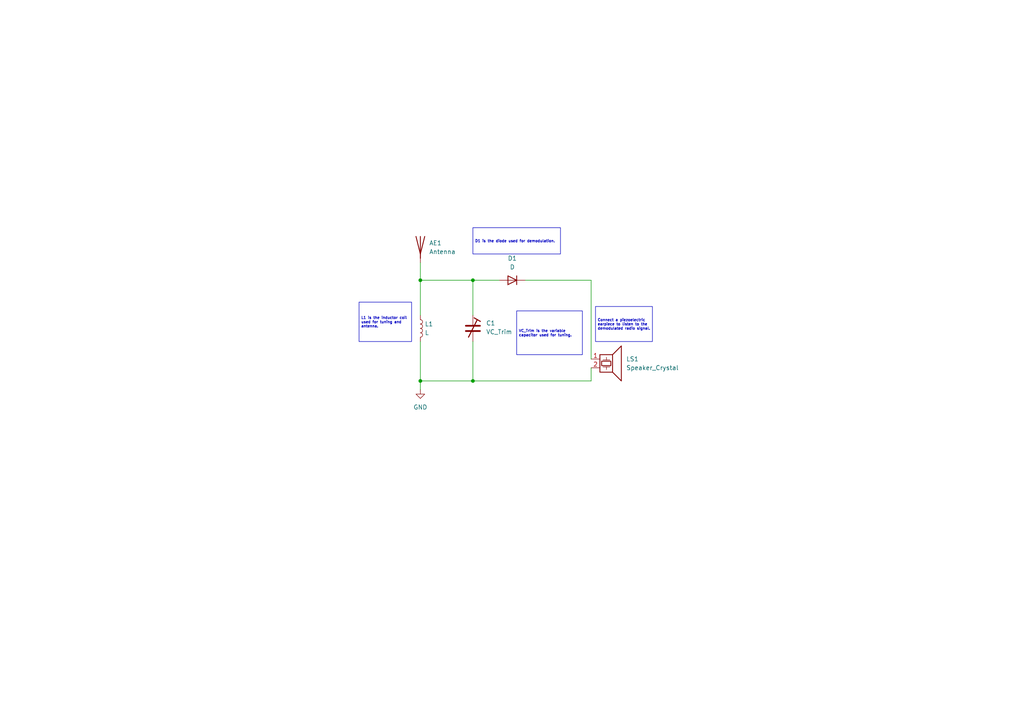
<source format=kicad_sch>
(kicad_sch (version 20231120) (generator "eeschema") (generator_version "8.0")
  (paper "A4")
  (lib_symbols
    (symbol "Device:Antenna" (pin_numbers hide) (pin_names (offset 1.016) hide)
      (property "Reference" "AE" (at -1.905 1.905 0))
      (property "Value" "Antenna" (at -1.905 0 0))
      (symbol "Antenna_0_1"
        (polyline (pts (xy 0 2.54) (xy 0 -3.81)) (stroke (width 0.254)))
        (polyline (pts (xy 1.27 2.54) (xy 0 -2.54) (xy -1.27 2.54)) (stroke (width 0.254)))
      )
      (symbol "Antenna_1_1"
        (pin input line (at 0 -5.08 90) (length 2.54) (name "A") (number "1"))
      )
    )
    (symbol "Device:C_Trim" (pin_numbers hide) (pin_names (offset 0.254) hide)
      (property "Reference" "C" (at 1.524 -2.032 0))
      (property "Value" "C_Trim" (at 3.048 -3.556 0))
      (symbol "C_Trim_0_1"
        (polyline (pts (xy -2.032 -0.762) (xy 2.032 -0.762)) (stroke (width 0.508)))
        (polyline (pts (xy -2.032 0.762) (xy 2.032 0.762)) (stroke (width 0.508)))
        (polyline (pts (xy 1.27 2.54) (xy -1.27 -2.54)) (stroke (width 0.3048)))
        (polyline (pts (xy 1.27 2.54) (xy 0.381 3.048)) (stroke (width 0.3048)))
        (polyline (pts (xy 1.27 2.54) (xy 2.159 2.032)) (stroke (width 0.3048)))
      )
      (symbol "C_Trim_1_1"
        (pin passive line (at 0 3.81 270) (length 3.048) (name "~") (number "1"))
        (pin passive line (at 0 -3.81 90) (length 3.048) (name "~") (number "2"))
      )
    )
    (symbol "Device:D" (pin_numbers hide) (pin_names (offset 1.016) hide)
      (property "Reference" "D" (at 0 2.54 0))
      (property "Value" "D" (at 0 -2.54 0))
      (symbol "D_0_1"
        (polyline (pts (xy -1.27 1.27) (xy -1.27 -1.27)) (stroke (width 0.254)))
        (polyline (pts (xy 1.27 0) (xy -1.27 0)))
        (polyline (pts (xy 1.27 1.27) (xy 1.27 -1.27) (xy -1.27 0) (xy 1.27 1.27)) (stroke (width 0.254)))
      )
      (symbol "D_1_1"
        (pin passive line (at -3.81 0 0) (length 2.54) (name "K") (number "1"))
        (pin passive line (at 3.81 0 180) (length 2.54) (name "A") (number "2"))
      )
    )
    (symbol "Device:L" (pin_numbers hide) (pin_names (offset 1.016) hide)
      (property "Reference" "L" (at -1.27 0 90))
      (property "Value" "L" (at 1.905 0 90))
      (symbol "L_0_1"
        (arc (start 0 -2.54) (mid 0.6323 -1.905) (end 0 -1.27))
        (arc (start 0 -1.27) (mid 0.6323 -0.635) (end 0 0))
        (arc (start 0 0) (mid 0.6323 0.635) (end 0 1.27))
        (arc (start 0 1.27) (mid 0.6323 1.905) (end 0 2.54))
      )
      (symbol "L_1_1"
        (pin passive line (at 0 3.81 270) (length 1.27) (name "1") (number "1"))
        (pin passive line (at 0 -3.81 90) (length 1.27) (name "2") (number "2"))
      )
    )
    (symbol "Device:Speaker_Crystal" (pin_names (offset 0) hide)
      (property "Reference" "LS" (at 0.635 5.715 0))
      (property "Value" "Speaker_Crystal" (at 0.635 3.81 0))
      (symbol "Speaker_Crystal_0_0"
        (rectangle (start -2.54 1.27) (end 1.143 -3.81) (stroke (width 0.254)))
        (rectangle (start -2.032 -0.635) (end 0.635 -1.905) (stroke (width 0.254)))
        (polyline (pts (xy -1.651 -2.286) (xy 0.381 -2.286)))
        (polyline (pts (xy -1.651 -0.254) (xy 0.381 -0.254)))
        (polyline (pts (xy -0.635 -2.286) (xy -0.635 -3.048)))
        (polyline (pts (xy -0.635 -0.254) (xy -0.635 0.508)))
        (polyline (pts (xy 1.143 1.27) (xy 3.683 3.81) (xy 3.683 -6.35) (xy 1.143 -3.81)) (stroke (width 0.254)))
      )
      (symbol "Speaker_Crystal_1_1"
        (pin input line (at -5.08 0 0) (length 2.54) (name "1") (number "1"))
        (pin input line (at -5.08 -2.54 0) (length 2.54) (name "2") (number "2"))
      )
    )
    (symbol "power:GND" (power) (pin_numbers hide) (pin_names (offset 0) hide)
      (property "Value" "GND" (at 0 -3.81 0))
      (symbol "GND_0_1"
        (polyline (pts (xy 0 0) (xy 0 -1.27) (xy 1.27 -1.27) (xy 0 -2.54) (xy -1.27 -1.27) (xy 0 -1.27)))
      )
      (symbol "GND_1_1"
        (pin power_in line (at 0 0 270) (length 0) (name "~") (number "1"))
      )
    )
  )
  (junction (at 121.92 81.28))
  (junction (at 137.16 110.49))
  (junction (at 137.16 81.28))
  (junction (at 121.92 110.49))
  (wire (pts (xy 121.92 99.06) (xy 121.92 110.49)))
  (wire (pts (xy 171.45 106.68) (xy 171.45 110.49)))
  (wire (pts (xy 137.16 81.28) (xy 121.92 81.28)))
  (wire (pts (xy 121.92 76.2) (xy 121.92 81.28)))
  (wire (pts (xy 137.16 110.49) (xy 121.92 110.49)))
  (wire (pts (xy 137.16 81.28) (xy 137.16 91.44)))
  (wire (pts (xy 121.92 110.49) (xy 121.92 113.03)))
  (wire (pts (xy 137.16 99.06) (xy 137.16 110.49)))
  (wire (pts (xy 171.45 110.49) (xy 137.16 110.49)))
  (wire (pts (xy 171.45 104.14) (xy 171.45 81.28)))
  (wire (pts (xy 144.78 81.28) (xy 137.16 81.28)))
  (wire (pts (xy 171.45 81.28) (xy 152.4 81.28)))
  (wire (pts (xy 121.92 81.28) (xy 121.92 91.44)))
  (text_box "L1 is the inductor coil used for tuning and antenna." (exclude_from_sim yes) (at 104.14 87.63 0) (size 15.24 11.43) (effects (font (size 0.762 0.762)) (justify left)))
  (text_box "D1 is the diode used for demodulation." (at 137.16 66.04 0) (size 25.4 7.62) (effects (font (size 0.762 0.762)) (justify left)))
  (text_box "Connect a piezoelectric earpiece to listen to the demodulated radio signal." (at 172.72 88.9 0) (size 16.51 10.16) (effects (font (size 0.762 0.762)) (justify left)))
  (text_box "VC_Trim is the variable capacitor used for tuning." (at 149.86 90.17 0) (size 19.05 12.7) (effects (font (size 0.762 0.762)) (justify left)))
  (symbol (lib_id "Device:L") (at 121.92 95.25 0) (unit 1)
    (property "Reference" "L1" (at 123.19 93.9799 0) (effects (justify left)))
    (property "Value" "L" (at 123.19 96.5199 0) (effects (justify left)))
    (property "Description" "Inductor" (effects (hide yes)))
  )
  (symbol (lib_id "power:GND") (at 121.92 113.03 0) (unit 1)
    (property "Reference" "#PWR01" (effects (hide yes)))
    (property "Value" "GND" (at 121.92 118.11 0))
    (property "Description" "Power symbol creates a global label with name \"GND\" , ground" (effects (hide yes)))
  )
  (symbol (lib_id "Device:Speaker_Crystal") (at 176.53 104.14 0) (unit 1)
    (property "Reference" "LS1" (at 181.61 104.1399 0) (effects (justify left)))
    (property "Value" "Speaker_Crystal" (at 181.61 106.6799 0) (effects (justify left)))
    (property "Description" "Crystal speaker/transducer" (effects (hide yes)))
  )
  (symbol (lib_id "Device:Antenna") (at 121.92 71.12 0) (unit 1)
    (property "Reference" "AE1" (at 124.46 70.4849 0) (effects (justify left)))
    (property "Value" "Antenna" (at 124.46 73.0249 0) (effects (justify left)))
    (property "Description" "Antenna" (effects (hide yes)))
  )
  (symbol (lib_id "Device:C_Trim") (at 137.16 95.25 0) (unit 1)
    (property "Reference" "C1" (at 140.97 93.7259 0) (effects (justify left)))
    (property "Value" "VC_Trim" (at 140.97 96.2659 0) (effects (justify left)))
    (property "Description" "Trimmable capacitor" (effects (hide yes)))
  )
  (symbol (lib_id "Device:D") (at 148.59 81.28 180) (unit 1)
    (property "Reference" "D1" (at 148.59 74.93 0))
    (property "Value" "D" (at 148.59 77.47 0))
    (property "Description" "Diode" (effects (hide yes)))
    (property "Sim.Device" "D" (effects (hide yes)))
    (property "Sim.Pins" "1=K 2=A" (effects (hide yes)))
  )
)
</source>
